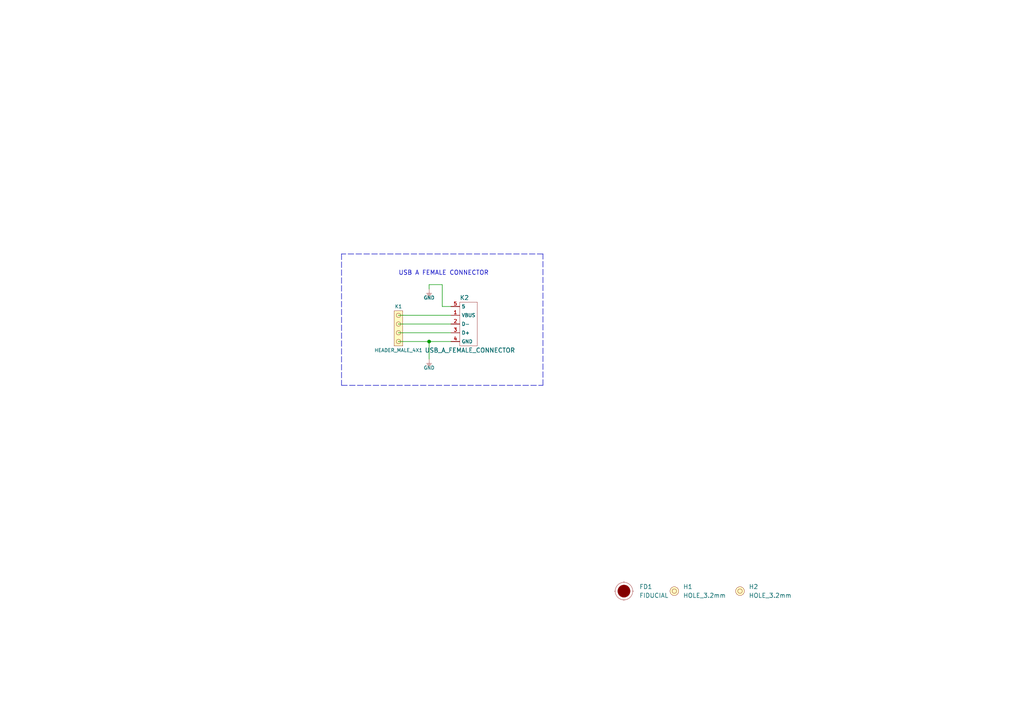
<source format=kicad_sch>
(kicad_sch (version 20211123) (generator eeschema)

  (uuid 5e8db22a-4e0d-4ddb-a207-81dbe9dbb7f5)

  (paper "A4")

  (title_block
    (title "USB Type A female breakout")
    (date "2021-04-22")
    (rev "v1.0.0.")
    (company "SOLDERED")
    (comment 1 "333132")
  )

  (lib_symbols
    (symbol "e-radionica.com schematics:FIDUCIAL" (in_bom no) (on_board yes)
      (property "Reference" "FD" (id 0) (at 0 3.81 0)
        (effects (font (size 1.27 1.27)))
      )
      (property "Value" "FIDUCIAL" (id 1) (at 0 -3.81 0)
        (effects (font (size 1.27 1.27)))
      )
      (property "Footprint" "e-radionica.com footprinti:FIDUCIAL_23" (id 2) (at 0.254 -5.334 0)
        (effects (font (size 1.27 1.27)) hide)
      )
      (property "Datasheet" "" (id 3) (at 0 0 0)
        (effects (font (size 1.27 1.27)) hide)
      )
      (symbol "FIDUCIAL_0_1"
        (polyline
          (pts
            (xy -2.54 0)
            (xy -2.794 0)
          )
          (stroke (width 0.0006) (type default) (color 0 0 0 0))
          (fill (type none))
        )
        (polyline
          (pts
            (xy 0 -2.54)
            (xy 0 -2.794)
          )
          (stroke (width 0.0006) (type default) (color 0 0 0 0))
          (fill (type none))
        )
        (polyline
          (pts
            (xy 0 2.54)
            (xy 0 2.794)
          )
          (stroke (width 0.0006) (type default) (color 0 0 0 0))
          (fill (type none))
        )
        (polyline
          (pts
            (xy 2.54 0)
            (xy 2.794 0)
          )
          (stroke (width 0.0006) (type default) (color 0 0 0 0))
          (fill (type none))
        )
        (circle (center 0 0) (radius 1.7961)
          (stroke (width 0.001) (type default) (color 0 0 0 0))
          (fill (type outline))
        )
        (circle (center 0 0) (radius 2.54)
          (stroke (width 0.0006) (type default) (color 0 0 0 0))
          (fill (type none))
        )
      )
    )
    (symbol "e-radionica.com schematics:GND" (power) (pin_names (offset 0)) (in_bom yes) (on_board yes)
      (property "Reference" "#PWR" (id 0) (at 4.445 0 0)
        (effects (font (size 1 1)) hide)
      )
      (property "Value" "GND" (id 1) (at 0 -2.921 0)
        (effects (font (size 1 1)))
      )
      (property "Footprint" "" (id 2) (at 4.445 3.81 0)
        (effects (font (size 1 1)) hide)
      )
      (property "Datasheet" "" (id 3) (at 4.445 3.81 0)
        (effects (font (size 1 1)) hide)
      )
      (property "ki_keywords" "power-flag" (id 4) (at 0 0 0)
        (effects (font (size 1.27 1.27)) hide)
      )
      (property "ki_description" "Power symbol creates a global label with name \"+3V3\"" (id 5) (at 0 0 0)
        (effects (font (size 1.27 1.27)) hide)
      )
      (symbol "GND_0_1"
        (polyline
          (pts
            (xy -0.762 -1.27)
            (xy 0.762 -1.27)
          )
          (stroke (width 0.0006) (type default) (color 0 0 0 0))
          (fill (type none))
        )
        (polyline
          (pts
            (xy -0.635 -1.524)
            (xy 0.635 -1.524)
          )
          (stroke (width 0.0006) (type default) (color 0 0 0 0))
          (fill (type none))
        )
        (polyline
          (pts
            (xy -0.381 -1.778)
            (xy 0.381 -1.778)
          )
          (stroke (width 0.0006) (type default) (color 0 0 0 0))
          (fill (type none))
        )
        (polyline
          (pts
            (xy -0.127 -2.032)
            (xy 0.127 -2.032)
          )
          (stroke (width 0.0006) (type default) (color 0 0 0 0))
          (fill (type none))
        )
        (polyline
          (pts
            (xy 0 0)
            (xy 0 -1.27)
          )
          (stroke (width 0.0006) (type default) (color 0 0 0 0))
          (fill (type none))
        )
      )
      (symbol "GND_1_1"
        (pin power_in line (at 0 0 270) (length 0) hide
          (name "GND" (effects (font (size 1.27 1.27))))
          (number "1" (effects (font (size 1.27 1.27))))
        )
      )
    )
    (symbol "e-radionica.com schematics:HEADER_MALE_4X1" (pin_numbers hide) (pin_names hide) (in_bom yes) (on_board yes)
      (property "Reference" "K" (id 0) (at -0.635 7.62 0)
        (effects (font (size 1 1)))
      )
      (property "Value" "HEADER_MALE_4X1" (id 1) (at 0 -5.08 0)
        (effects (font (size 1 1)))
      )
      (property "Footprint" "e-radionica.com footprinti:HEADER_MALE_4X1" (id 2) (at 0 -2.54 0)
        (effects (font (size 1 1)) hide)
      )
      (property "Datasheet" "" (id 3) (at 0 -2.54 0)
        (effects (font (size 1 1)) hide)
      )
      (symbol "HEADER_MALE_4X1_0_1"
        (circle (center 0 -2.54) (radius 0.635)
          (stroke (width 0.0006) (type default) (color 0 0 0 0))
          (fill (type none))
        )
        (circle (center 0 0) (radius 0.635)
          (stroke (width 0.0006) (type default) (color 0 0 0 0))
          (fill (type none))
        )
        (circle (center 0 2.54) (radius 0.635)
          (stroke (width 0.0006) (type default) (color 0 0 0 0))
          (fill (type none))
        )
        (circle (center 0 5.08) (radius 0.635)
          (stroke (width 0.0006) (type default) (color 0 0 0 0))
          (fill (type none))
        )
        (rectangle (start 1.27 -3.81) (end -1.27 6.35)
          (stroke (width 0.001) (type default) (color 0 0 0 0))
          (fill (type background))
        )
      )
      (symbol "HEADER_MALE_4X1_1_1"
        (pin passive line (at 0 -2.54 180) (length 0)
          (name "~" (effects (font (size 1 1))))
          (number "1" (effects (font (size 1 1))))
        )
        (pin passive line (at 0 0 180) (length 0)
          (name "~" (effects (font (size 1 1))))
          (number "2" (effects (font (size 1 1))))
        )
        (pin passive line (at 0 2.54 180) (length 0)
          (name "~" (effects (font (size 1 1))))
          (number "3" (effects (font (size 1 1))))
        )
        (pin passive line (at 0 5.08 180) (length 0)
          (name "~" (effects (font (size 1 1))))
          (number "4" (effects (font (size 1 1))))
        )
      )
    )
    (symbol "e-radionica.com schematics:HOLE_3.2mm" (pin_numbers hide) (pin_names hide) (in_bom yes) (on_board yes)
      (property "Reference" "H" (id 0) (at 0 2.54 0)
        (effects (font (size 1.27 1.27)))
      )
      (property "Value" "HOLE_3.2mm" (id 1) (at 0 -2.54 0)
        (effects (font (size 1.27 1.27)))
      )
      (property "Footprint" "e-radionica.com footprinti:HOLE_3.2mm" (id 2) (at 0 0 0)
        (effects (font (size 1.27 1.27)) hide)
      )
      (property "Datasheet" "" (id 3) (at 0 0 0)
        (effects (font (size 1.27 1.27)) hide)
      )
      (symbol "HOLE_3.2mm_0_1"
        (circle (center 0 0) (radius 0.635)
          (stroke (width 0.0006) (type default) (color 0 0 0 0))
          (fill (type none))
        )
        (circle (center 0 0) (radius 1.27)
          (stroke (width 0.001) (type default) (color 0 0 0 0))
          (fill (type background))
        )
      )
    )
    (symbol "e-radionica.com schematics:USB_A_FEMALE_CONNECTOR" (in_bom yes) (on_board yes)
      (property "Reference" "K" (id 0) (at 0 10.16 0)
        (effects (font (size 1.27 1.27)))
      )
      (property "Value" "USB_A_FEMALE_CONNECTOR" (id 1) (at 1.27 -7.62 0)
        (effects (font (size 1.27 1.27)))
      )
      (property "Footprint" "e-radionica.com footprinti:USB_A_FEMALE_CONECTOR" (id 2) (at 0 0 0)
        (effects (font (size 1.27 1.27)) hide)
      )
      (property "Datasheet" "" (id 3) (at 0 1.27 0)
        (effects (font (size 1.27 1.27)) hide)
      )
      (symbol "USB_A_FEMALE_CONNECTOR_0_1"
        (rectangle (start -2.54 6.35) (end 2.54 -6.35)
          (stroke (width 0.0006) (type default) (color 0 0 0 0))
          (fill (type none))
        )
      )
      (symbol "USB_A_FEMALE_CONNECTOR_1_1"
        (pin passive line (at 5.08 -2.54 180) (length 2.54)
          (name "VBUS" (effects (font (size 1 1))))
          (number "1" (effects (font (size 1 1))))
        )
        (pin passive line (at 5.08 0 180) (length 2.54)
          (name "D-" (effects (font (size 1 1))))
          (number "2" (effects (font (size 1 1))))
        )
        (pin passive line (at 5.08 2.54 180) (length 2.54)
          (name "D+" (effects (font (size 1 1))))
          (number "3" (effects (font (size 1 1))))
        )
        (pin passive line (at 5.08 5.08 180) (length 2.54)
          (name "GND" (effects (font (size 1 1))))
          (number "4" (effects (font (size 1 1))))
        )
        (pin passive line (at 5.08 -5.08 180) (length 2.54)
          (name "5" (effects (font (size 1 1))))
          (number "5" (effects (font (size 1 1))))
        )
      )
    )
  )

  (junction (at 124.46 99.06) (diameter 0.9144) (color 0 0 0 0)
    (uuid efeac2a2-7682-4dc7-83ee-f6f1b23da506)
  )

  (wire (pts (xy 124.46 82.55) (xy 124.46 83.82))
    (stroke (width 0) (type solid) (color 0 0 0 0))
    (uuid 1cfa15f8-5db3-4a53-9ad7-6906521c4c02)
  )
  (wire (pts (xy 128.27 82.55) (xy 124.46 82.55))
    (stroke (width 0) (type solid) (color 0 0 0 0))
    (uuid 1cfa15f8-5db3-4a53-9ad7-6906521c4c03)
  )
  (wire (pts (xy 128.27 88.9) (xy 128.27 82.55))
    (stroke (width 0) (type solid) (color 0 0 0 0))
    (uuid 1cfa15f8-5db3-4a53-9ad7-6906521c4c04)
  )
  (wire (pts (xy 130.81 88.9) (xy 128.27 88.9))
    (stroke (width 0) (type solid) (color 0 0 0 0))
    (uuid 1cfa15f8-5db3-4a53-9ad7-6906521c4c05)
  )
  (wire (pts (xy 115.57 99.06) (xy 124.46 99.06))
    (stroke (width 0) (type solid) (color 0 0 0 0))
    (uuid 2213e885-c8d7-44f4-b2c6-7fdedc450c5d)
  )
  (wire (pts (xy 115.57 91.44) (xy 130.81 91.44))
    (stroke (width 0) (type solid) (color 0 0 0 0))
    (uuid 71cd645a-3f6e-4415-bbbd-b75ebc6ba803)
  )
  (polyline (pts (xy 99.06 73.66) (xy 99.06 111.76))
    (stroke (width 0) (type dash) (color 0 0 0 0))
    (uuid 7e65a815-a8f5-44c0-9533-09a42995b0bb)
  )
  (polyline (pts (xy 99.06 111.76) (xy 157.48 111.76))
    (stroke (width 0) (type dash) (color 0 0 0 0))
    (uuid 7e65a815-a8f5-44c0-9533-09a42995b0bc)
  )
  (polyline (pts (xy 157.48 73.66) (xy 99.06 73.66))
    (stroke (width 0) (type dash) (color 0 0 0 0))
    (uuid 7e65a815-a8f5-44c0-9533-09a42995b0bd)
  )
  (polyline (pts (xy 157.48 111.76) (xy 157.48 73.66))
    (stroke (width 0) (type dash) (color 0 0 0 0))
    (uuid 7e65a815-a8f5-44c0-9533-09a42995b0be)
  )

  (wire (pts (xy 115.57 96.52) (xy 130.81 96.52))
    (stroke (width 0) (type solid) (color 0 0 0 0))
    (uuid df01a998-8c7e-4968-88f9-aa39daac91b0)
  )
  (wire (pts (xy 115.57 93.98) (xy 130.81 93.98))
    (stroke (width 0) (type solid) (color 0 0 0 0))
    (uuid e7a17af9-c975-45f6-9408-bf654c3d5ef4)
  )
  (wire (pts (xy 124.46 99.06) (xy 124.46 104.14))
    (stroke (width 0) (type solid) (color 0 0 0 0))
    (uuid f119c8e7-6a7a-4455-aa53-60b3da380bf0)
  )
  (wire (pts (xy 130.81 99.06) (xy 124.46 99.06))
    (stroke (width 0) (type solid) (color 0 0 0 0))
    (uuid f119c8e7-6a7a-4455-aa53-60b3da380bf1)
  )

  (text "USB A FEMALE CONNECTOR\n" (at 115.57 80.01 0)
    (effects (font (size 1.27 1.27)) (justify left bottom))
    (uuid 8e430e2e-539b-4718-8fcf-3e5e7d6b7f32)
  )

  (symbol (lib_id "e-radionica.com schematics:USB_A_FEMALE_CONNECTOR") (at 135.89 93.98 180) (unit 1)
    (in_bom yes) (on_board yes)
    (uuid 7c9693fe-8590-4c10-bd9b-b659e50d3620)
    (property "Reference" "K2" (id 0) (at 133.35 86.36 0)
      (effects (font (size 1.27 1.27)) (justify right))
    )
    (property "Value" "USB_A_FEMALE_CONNECTOR" (id 1) (at 123.19 101.6 0)
      (effects (font (size 1.27 1.27)) (justify right))
    )
    (property "Footprint" "e-radionica.com footprinti:USB_A_FEMALE_CONECTOR" (id 2) (at 135.89 93.98 0)
      (effects (font (size 1.27 1.27)) hide)
    )
    (property "Datasheet" "" (id 3) (at 135.89 95.25 0)
      (effects (font (size 1.27 1.27)) hide)
    )
    (pin "1" (uuid c6b9c6e0-6545-41e1-a33c-3e3648bd90bc))
    (pin "2" (uuid fcf79824-107c-496b-a771-183b3a59a3f5))
    (pin "3" (uuid f5f8b119-5f4e-4120-9694-bfb949ab1e4c))
    (pin "4" (uuid 41ff7ef7-554c-477b-9750-4125bc822ff6))
    (pin "5" (uuid 5ee7c644-a05e-4cac-9b09-cf99f896de39))
  )

  (symbol (lib_id "e-radionica.com schematics:GND") (at 124.46 83.82 0) (unit 1)
    (in_bom yes) (on_board yes)
    (uuid b2406ea7-f2a8-4be5-8f1f-53287159611c)
    (property "Reference" "#PWR0102" (id 0) (at 128.905 83.82 0)
      (effects (font (size 1 1)) hide)
    )
    (property "Value" "GND" (id 1) (at 124.46 86.36 0)
      (effects (font (size 1 1)))
    )
    (property "Footprint" "" (id 2) (at 128.905 80.01 0)
      (effects (font (size 1 1)) hide)
    )
    (property "Datasheet" "" (id 3) (at 128.905 80.01 0)
      (effects (font (size 1 1)) hide)
    )
    (pin "1" (uuid bf870fcc-6fad-4662-9246-f263f3f79dac))
  )

  (symbol (lib_id "e-radionica.com schematics:HOLE_3.2mm") (at 195.58 171.45 0) (unit 1)
    (in_bom yes) (on_board yes)
    (uuid bfa83fdf-7ab0-4d72-902a-08f11da59c9f)
    (property "Reference" "H1" (id 0) (at 198.12 170.18 0)
      (effects (font (size 1.27 1.27)) (justify left))
    )
    (property "Value" "HOLE_3.2mm" (id 1) (at 198.12 172.72 0)
      (effects (font (size 1.27 1.27)) (justify left))
    )
    (property "Footprint" "e-radionica.com footprinti:HOLE_3.2mm" (id 2) (at 195.58 171.45 0)
      (effects (font (size 1.27 1.27)) hide)
    )
    (property "Datasheet" "" (id 3) (at 195.58 171.45 0)
      (effects (font (size 1.27 1.27)) hide)
    )
  )

  (symbol (lib_id "e-radionica.com schematics:HEADER_MALE_4X1") (at 115.57 96.52 0) (unit 1)
    (in_bom yes) (on_board yes)
    (uuid c176e891-c81c-4720-a34d-b5d86645fd78)
    (property "Reference" "K1" (id 0) (at 115.57 88.9 0)
      (effects (font (size 1 1)))
    )
    (property "Value" "HEADER_MALE_4X1" (id 1) (at 115.57 101.6 0)
      (effects (font (size 1 1)))
    )
    (property "Footprint" "e-radionica.com footprinti:HEADER_MALE_4X1" (id 2) (at 115.57 99.06 0)
      (effects (font (size 1 1)) hide)
    )
    (property "Datasheet" "" (id 3) (at 115.57 99.06 0)
      (effects (font (size 1 1)) hide)
    )
    (pin "1" (uuid f37431ab-1bf8-40c9-ab0d-43d6c815b9b2))
    (pin "2" (uuid 5aebaea4-fa21-4a6a-b023-d96565c3e61f))
    (pin "3" (uuid 1fd9ecad-037f-4674-b990-03d8461545c8))
    (pin "4" (uuid cb7b626c-afe1-47d0-b899-9211a668894d))
  )

  (symbol (lib_id "e-radionica.com schematics:HOLE_3.2mm") (at 214.63 171.45 0) (unit 1)
    (in_bom yes) (on_board yes)
    (uuid c9b32bd6-f4a2-41d3-9979-f21a523368d2)
    (property "Reference" "H2" (id 0) (at 217.17 170.18 0)
      (effects (font (size 1.27 1.27)) (justify left))
    )
    (property "Value" "HOLE_3.2mm" (id 1) (at 217.17 172.72 0)
      (effects (font (size 1.27 1.27)) (justify left))
    )
    (property "Footprint" "e-radionica.com footprinti:HOLE_3.2mm" (id 2) (at 214.63 171.45 0)
      (effects (font (size 1.27 1.27)) hide)
    )
    (property "Datasheet" "" (id 3) (at 214.63 171.45 0)
      (effects (font (size 1.27 1.27)) hide)
    )
  )

  (symbol (lib_id "e-radionica.com schematics:FIDUCIAL") (at 180.975 171.45 0) (unit 1)
    (in_bom no) (on_board yes) (fields_autoplaced)
    (uuid d87bcf1b-47cd-4502-a966-c3c6269f988e)
    (property "Reference" "FD1" (id 0) (at 185.42 170.1799 0)
      (effects (font (size 1.27 1.27)) (justify left))
    )
    (property "Value" "FIDUCIAL" (id 1) (at 185.42 172.7199 0)
      (effects (font (size 1.27 1.27)) (justify left))
    )
    (property "Footprint" "e-radionica.com footprinti:FIDUCIAL_23" (id 2) (at 181.229 176.784 0)
      (effects (font (size 1.27 1.27)) hide)
    )
    (property "Datasheet" "" (id 3) (at 180.975 171.45 0)
      (effects (font (size 1.27 1.27)) hide)
    )
  )

  (symbol (lib_id "e-radionica.com schematics:GND") (at 124.46 104.14 0) (unit 1)
    (in_bom yes) (on_board yes)
    (uuid da1ff2a5-5ec6-4424-a3ee-da557a2695fd)
    (property "Reference" "#PWR0101" (id 0) (at 128.905 104.14 0)
      (effects (font (size 1 1)) hide)
    )
    (property "Value" "GND" (id 1) (at 124.46 106.68 0)
      (effects (font (size 1 1)))
    )
    (property "Footprint" "" (id 2) (at 128.905 100.33 0)
      (effects (font (size 1 1)) hide)
    )
    (property "Datasheet" "" (id 3) (at 128.905 100.33 0)
      (effects (font (size 1 1)) hide)
    )
    (pin "1" (uuid bf870fcc-6fad-4662-9246-f263f3f79dad))
  )

  (sheet_instances
    (path "/" (page "1"))
  )

  (symbol_instances
    (path "/da1ff2a5-5ec6-4424-a3ee-da557a2695fd"
      (reference "#PWR0101") (unit 1) (value "GND") (footprint "")
    )
    (path "/b2406ea7-f2a8-4be5-8f1f-53287159611c"
      (reference "#PWR0102") (unit 1) (value "GND") (footprint "")
    )
    (path "/d87bcf1b-47cd-4502-a966-c3c6269f988e"
      (reference "FD1") (unit 1) (value "FIDUCIAL") (footprint "e-radionica.com footprinti:FIDUCIAL_23")
    )
    (path "/bfa83fdf-7ab0-4d72-902a-08f11da59c9f"
      (reference "H1") (unit 1) (value "HOLE_3.2mm") (footprint "e-radionica.com footprinti:HOLE_3.2mm")
    )
    (path "/c9b32bd6-f4a2-41d3-9979-f21a523368d2"
      (reference "H2") (unit 1) (value "HOLE_3.2mm") (footprint "e-radionica.com footprinti:HOLE_3.2mm")
    )
    (path "/c176e891-c81c-4720-a34d-b5d86645fd78"
      (reference "K1") (unit 1) (value "HEADER_MALE_4X1") (footprint "e-radionica.com footprinti:HEADER_MALE_4X1")
    )
    (path "/7c9693fe-8590-4c10-bd9b-b659e50d3620"
      (reference "K2") (unit 1) (value "USB_A_FEMALE_CONNECTOR") (footprint "e-radionica.com footprinti:USB_A_FEMALE_CONECTOR")
    )
  )
)

</source>
